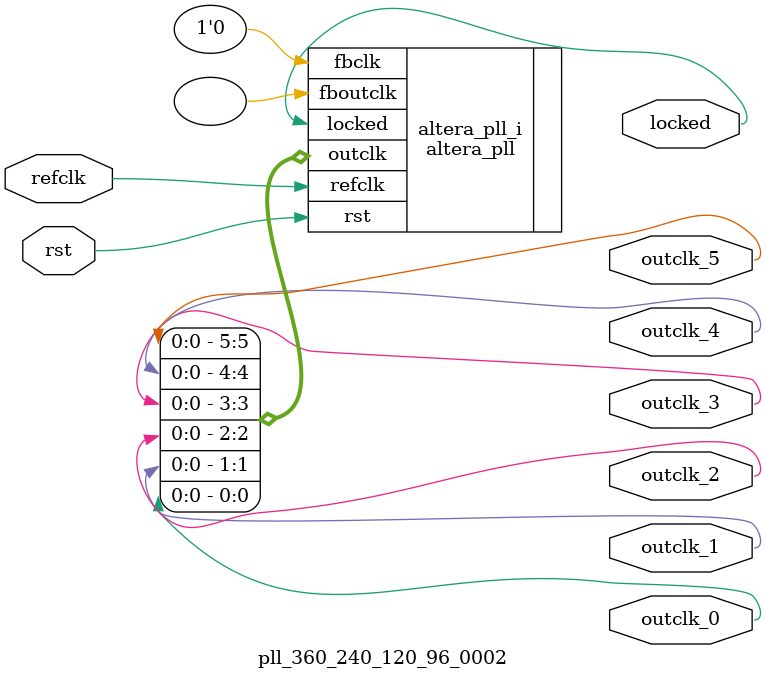
<source format=v>
`timescale 1ns/10ps
module  pll_360_240_120_96_0002(

	// interface 'refclk'
	input wire refclk,

	// interface 'reset'
	input wire rst,

	// interface 'outclk0'
	output wire outclk_0,

	// interface 'outclk1'
	output wire outclk_1,

	// interface 'outclk2'
	output wire outclk_2,

	// interface 'outclk3'
	output wire outclk_3,

	// interface 'outclk4'
	output wire outclk_4,

	// interface 'outclk5'
	output wire outclk_5,

	// interface 'locked'
	output wire locked
);

	altera_pll #(
		.fractional_vco_multiplier("false"),
		.reference_clock_frequency("360.0 MHz"),
		.operation_mode("direct"),
		.number_of_clocks(6),
		.output_clock_frequency0("240.000000 MHz"),
		.phase_shift0("0 ps"),
		.duty_cycle0(50),
		.output_clock_frequency1("240.000000 MHz"),
		.phase_shift1("0 ps"),
		.duty_cycle1(50),
		.output_clock_frequency2("120.000000 MHz"),
		.phase_shift2("0 ps"),
		.duty_cycle2(50),
		.output_clock_frequency3("120.000000 MHz"),
		.phase_shift3("0 ps"),
		.duty_cycle3(50),
		.output_clock_frequency4("96.000000 MHz"),
		.phase_shift4("0 ps"),
		.duty_cycle4(50),
		.output_clock_frequency5("96.000000 MHz"),
		.phase_shift5("0 ps"),
		.duty_cycle5(50),
		.output_clock_frequency6("0 MHz"),
		.phase_shift6("0 ps"),
		.duty_cycle6(50),
		.output_clock_frequency7("0 MHz"),
		.phase_shift7("0 ps"),
		.duty_cycle7(50),
		.output_clock_frequency8("0 MHz"),
		.phase_shift8("0 ps"),
		.duty_cycle8(50),
		.output_clock_frequency9("0 MHz"),
		.phase_shift9("0 ps"),
		.duty_cycle9(50),
		.output_clock_frequency10("0 MHz"),
		.phase_shift10("0 ps"),
		.duty_cycle10(50),
		.output_clock_frequency11("0 MHz"),
		.phase_shift11("0 ps"),
		.duty_cycle11(50),
		.output_clock_frequency12("0 MHz"),
		.phase_shift12("0 ps"),
		.duty_cycle12(50),
		.output_clock_frequency13("0 MHz"),
		.phase_shift13("0 ps"),
		.duty_cycle13(50),
		.output_clock_frequency14("0 MHz"),
		.phase_shift14("0 ps"),
		.duty_cycle14(50),
		.output_clock_frequency15("0 MHz"),
		.phase_shift15("0 ps"),
		.duty_cycle15(50),
		.output_clock_frequency16("0 MHz"),
		.phase_shift16("0 ps"),
		.duty_cycle16(50),
		.output_clock_frequency17("0 MHz"),
		.phase_shift17("0 ps"),
		.duty_cycle17(50),
		.pll_type("General"),
		.pll_subtype("General")
	) altera_pll_i (
		.rst	(rst),
		.outclk	({outclk_5, outclk_4, outclk_3, outclk_2, outclk_1, outclk_0}),
		.locked	(locked),
		.fboutclk	( ),
		.fbclk	(1'b0),
		.refclk	(refclk)
	);
endmodule


</source>
